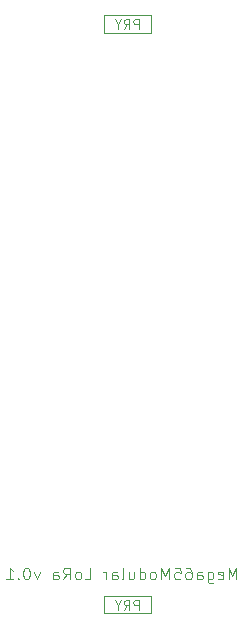
<source format=gbo>
G04 #@! TF.GenerationSoftware,KiCad,Pcbnew,9.0.1+1*
G04 #@! TF.CreationDate,2025-11-11T14:39:47+00:00*
G04 #@! TF.ProjectId,lora,6c6f7261-2e6b-4696-9361-645f70636258,v0.1*
G04 #@! TF.SameCoordinates,Original*
G04 #@! TF.FileFunction,Legend,Bot*
G04 #@! TF.FilePolarity,Positive*
%FSLAX46Y46*%
G04 Gerber Fmt 4.6, Leading zero omitted, Abs format (unit mm)*
G04 Created by KiCad (PCBNEW 9.0.1+1) date 2025-11-11 14:39:47*
%MOMM*%
%LPD*%
G01*
G04 APERTURE LIST*
%ADD10C,0.100000*%
%ADD11R,1.700000X1.700000*%
%ADD12C,1.700000*%
%ADD13R,2.540000X2.000000*%
G04 APERTURE END LIST*
D10*
X190566115Y-126252419D02*
X190566115Y-125252419D01*
X190566115Y-125252419D02*
X190232782Y-125966704D01*
X190232782Y-125966704D02*
X189899449Y-125252419D01*
X189899449Y-125252419D02*
X189899449Y-126252419D01*
X189042306Y-126204800D02*
X189137544Y-126252419D01*
X189137544Y-126252419D02*
X189328020Y-126252419D01*
X189328020Y-126252419D02*
X189423258Y-126204800D01*
X189423258Y-126204800D02*
X189470877Y-126109561D01*
X189470877Y-126109561D02*
X189470877Y-125728609D01*
X189470877Y-125728609D02*
X189423258Y-125633371D01*
X189423258Y-125633371D02*
X189328020Y-125585752D01*
X189328020Y-125585752D02*
X189137544Y-125585752D01*
X189137544Y-125585752D02*
X189042306Y-125633371D01*
X189042306Y-125633371D02*
X188994687Y-125728609D01*
X188994687Y-125728609D02*
X188994687Y-125823847D01*
X188994687Y-125823847D02*
X189470877Y-125919085D01*
X188137544Y-125585752D02*
X188137544Y-126395276D01*
X188137544Y-126395276D02*
X188185163Y-126490514D01*
X188185163Y-126490514D02*
X188232782Y-126538133D01*
X188232782Y-126538133D02*
X188328020Y-126585752D01*
X188328020Y-126585752D02*
X188470877Y-126585752D01*
X188470877Y-126585752D02*
X188566115Y-126538133D01*
X188137544Y-126204800D02*
X188232782Y-126252419D01*
X188232782Y-126252419D02*
X188423258Y-126252419D01*
X188423258Y-126252419D02*
X188518496Y-126204800D01*
X188518496Y-126204800D02*
X188566115Y-126157180D01*
X188566115Y-126157180D02*
X188613734Y-126061942D01*
X188613734Y-126061942D02*
X188613734Y-125776228D01*
X188613734Y-125776228D02*
X188566115Y-125680990D01*
X188566115Y-125680990D02*
X188518496Y-125633371D01*
X188518496Y-125633371D02*
X188423258Y-125585752D01*
X188423258Y-125585752D02*
X188232782Y-125585752D01*
X188232782Y-125585752D02*
X188137544Y-125633371D01*
X187232782Y-126252419D02*
X187232782Y-125728609D01*
X187232782Y-125728609D02*
X187280401Y-125633371D01*
X187280401Y-125633371D02*
X187375639Y-125585752D01*
X187375639Y-125585752D02*
X187566115Y-125585752D01*
X187566115Y-125585752D02*
X187661353Y-125633371D01*
X187232782Y-126204800D02*
X187328020Y-126252419D01*
X187328020Y-126252419D02*
X187566115Y-126252419D01*
X187566115Y-126252419D02*
X187661353Y-126204800D01*
X187661353Y-126204800D02*
X187708972Y-126109561D01*
X187708972Y-126109561D02*
X187708972Y-126014323D01*
X187708972Y-126014323D02*
X187661353Y-125919085D01*
X187661353Y-125919085D02*
X187566115Y-125871466D01*
X187566115Y-125871466D02*
X187328020Y-125871466D01*
X187328020Y-125871466D02*
X187232782Y-125823847D01*
X186328020Y-125252419D02*
X186518496Y-125252419D01*
X186518496Y-125252419D02*
X186613734Y-125300038D01*
X186613734Y-125300038D02*
X186661353Y-125347657D01*
X186661353Y-125347657D02*
X186756591Y-125490514D01*
X186756591Y-125490514D02*
X186804210Y-125680990D01*
X186804210Y-125680990D02*
X186804210Y-126061942D01*
X186804210Y-126061942D02*
X186756591Y-126157180D01*
X186756591Y-126157180D02*
X186708972Y-126204800D01*
X186708972Y-126204800D02*
X186613734Y-126252419D01*
X186613734Y-126252419D02*
X186423258Y-126252419D01*
X186423258Y-126252419D02*
X186328020Y-126204800D01*
X186328020Y-126204800D02*
X186280401Y-126157180D01*
X186280401Y-126157180D02*
X186232782Y-126061942D01*
X186232782Y-126061942D02*
X186232782Y-125823847D01*
X186232782Y-125823847D02*
X186280401Y-125728609D01*
X186280401Y-125728609D02*
X186328020Y-125680990D01*
X186328020Y-125680990D02*
X186423258Y-125633371D01*
X186423258Y-125633371D02*
X186613734Y-125633371D01*
X186613734Y-125633371D02*
X186708972Y-125680990D01*
X186708972Y-125680990D02*
X186756591Y-125728609D01*
X186756591Y-125728609D02*
X186804210Y-125823847D01*
X185328020Y-125252419D02*
X185804210Y-125252419D01*
X185804210Y-125252419D02*
X185851829Y-125728609D01*
X185851829Y-125728609D02*
X185804210Y-125680990D01*
X185804210Y-125680990D02*
X185708972Y-125633371D01*
X185708972Y-125633371D02*
X185470877Y-125633371D01*
X185470877Y-125633371D02*
X185375639Y-125680990D01*
X185375639Y-125680990D02*
X185328020Y-125728609D01*
X185328020Y-125728609D02*
X185280401Y-125823847D01*
X185280401Y-125823847D02*
X185280401Y-126061942D01*
X185280401Y-126061942D02*
X185328020Y-126157180D01*
X185328020Y-126157180D02*
X185375639Y-126204800D01*
X185375639Y-126204800D02*
X185470877Y-126252419D01*
X185470877Y-126252419D02*
X185708972Y-126252419D01*
X185708972Y-126252419D02*
X185804210Y-126204800D01*
X185804210Y-126204800D02*
X185851829Y-126157180D01*
X184851829Y-126252419D02*
X184851829Y-125252419D01*
X184851829Y-125252419D02*
X184518496Y-125966704D01*
X184518496Y-125966704D02*
X184185163Y-125252419D01*
X184185163Y-125252419D02*
X184185163Y-126252419D01*
X183566115Y-126252419D02*
X183661353Y-126204800D01*
X183661353Y-126204800D02*
X183708972Y-126157180D01*
X183708972Y-126157180D02*
X183756591Y-126061942D01*
X183756591Y-126061942D02*
X183756591Y-125776228D01*
X183756591Y-125776228D02*
X183708972Y-125680990D01*
X183708972Y-125680990D02*
X183661353Y-125633371D01*
X183661353Y-125633371D02*
X183566115Y-125585752D01*
X183566115Y-125585752D02*
X183423258Y-125585752D01*
X183423258Y-125585752D02*
X183328020Y-125633371D01*
X183328020Y-125633371D02*
X183280401Y-125680990D01*
X183280401Y-125680990D02*
X183232782Y-125776228D01*
X183232782Y-125776228D02*
X183232782Y-126061942D01*
X183232782Y-126061942D02*
X183280401Y-126157180D01*
X183280401Y-126157180D02*
X183328020Y-126204800D01*
X183328020Y-126204800D02*
X183423258Y-126252419D01*
X183423258Y-126252419D02*
X183566115Y-126252419D01*
X182375639Y-126252419D02*
X182375639Y-125252419D01*
X182375639Y-126204800D02*
X182470877Y-126252419D01*
X182470877Y-126252419D02*
X182661353Y-126252419D01*
X182661353Y-126252419D02*
X182756591Y-126204800D01*
X182756591Y-126204800D02*
X182804210Y-126157180D01*
X182804210Y-126157180D02*
X182851829Y-126061942D01*
X182851829Y-126061942D02*
X182851829Y-125776228D01*
X182851829Y-125776228D02*
X182804210Y-125680990D01*
X182804210Y-125680990D02*
X182756591Y-125633371D01*
X182756591Y-125633371D02*
X182661353Y-125585752D01*
X182661353Y-125585752D02*
X182470877Y-125585752D01*
X182470877Y-125585752D02*
X182375639Y-125633371D01*
X181470877Y-125585752D02*
X181470877Y-126252419D01*
X181899448Y-125585752D02*
X181899448Y-126109561D01*
X181899448Y-126109561D02*
X181851829Y-126204800D01*
X181851829Y-126204800D02*
X181756591Y-126252419D01*
X181756591Y-126252419D02*
X181613734Y-126252419D01*
X181613734Y-126252419D02*
X181518496Y-126204800D01*
X181518496Y-126204800D02*
X181470877Y-126157180D01*
X180851829Y-126252419D02*
X180947067Y-126204800D01*
X180947067Y-126204800D02*
X180994686Y-126109561D01*
X180994686Y-126109561D02*
X180994686Y-125252419D01*
X180042305Y-126252419D02*
X180042305Y-125728609D01*
X180042305Y-125728609D02*
X180089924Y-125633371D01*
X180089924Y-125633371D02*
X180185162Y-125585752D01*
X180185162Y-125585752D02*
X180375638Y-125585752D01*
X180375638Y-125585752D02*
X180470876Y-125633371D01*
X180042305Y-126204800D02*
X180137543Y-126252419D01*
X180137543Y-126252419D02*
X180375638Y-126252419D01*
X180375638Y-126252419D02*
X180470876Y-126204800D01*
X180470876Y-126204800D02*
X180518495Y-126109561D01*
X180518495Y-126109561D02*
X180518495Y-126014323D01*
X180518495Y-126014323D02*
X180470876Y-125919085D01*
X180470876Y-125919085D02*
X180375638Y-125871466D01*
X180375638Y-125871466D02*
X180137543Y-125871466D01*
X180137543Y-125871466D02*
X180042305Y-125823847D01*
X179566114Y-126252419D02*
X179566114Y-125585752D01*
X179566114Y-125776228D02*
X179518495Y-125680990D01*
X179518495Y-125680990D02*
X179470876Y-125633371D01*
X179470876Y-125633371D02*
X179375638Y-125585752D01*
X179375638Y-125585752D02*
X179280400Y-125585752D01*
X177708971Y-126252419D02*
X178185161Y-126252419D01*
X178185161Y-126252419D02*
X178185161Y-125252419D01*
X177232780Y-126252419D02*
X177328018Y-126204800D01*
X177328018Y-126204800D02*
X177375637Y-126157180D01*
X177375637Y-126157180D02*
X177423256Y-126061942D01*
X177423256Y-126061942D02*
X177423256Y-125776228D01*
X177423256Y-125776228D02*
X177375637Y-125680990D01*
X177375637Y-125680990D02*
X177328018Y-125633371D01*
X177328018Y-125633371D02*
X177232780Y-125585752D01*
X177232780Y-125585752D02*
X177089923Y-125585752D01*
X177089923Y-125585752D02*
X176994685Y-125633371D01*
X176994685Y-125633371D02*
X176947066Y-125680990D01*
X176947066Y-125680990D02*
X176899447Y-125776228D01*
X176899447Y-125776228D02*
X176899447Y-126061942D01*
X176899447Y-126061942D02*
X176947066Y-126157180D01*
X176947066Y-126157180D02*
X176994685Y-126204800D01*
X176994685Y-126204800D02*
X177089923Y-126252419D01*
X177089923Y-126252419D02*
X177232780Y-126252419D01*
X175899447Y-126252419D02*
X176232780Y-125776228D01*
X176470875Y-126252419D02*
X176470875Y-125252419D01*
X176470875Y-125252419D02*
X176089923Y-125252419D01*
X176089923Y-125252419D02*
X175994685Y-125300038D01*
X175994685Y-125300038D02*
X175947066Y-125347657D01*
X175947066Y-125347657D02*
X175899447Y-125442895D01*
X175899447Y-125442895D02*
X175899447Y-125585752D01*
X175899447Y-125585752D02*
X175947066Y-125680990D01*
X175947066Y-125680990D02*
X175994685Y-125728609D01*
X175994685Y-125728609D02*
X176089923Y-125776228D01*
X176089923Y-125776228D02*
X176470875Y-125776228D01*
X175042304Y-126252419D02*
X175042304Y-125728609D01*
X175042304Y-125728609D02*
X175089923Y-125633371D01*
X175089923Y-125633371D02*
X175185161Y-125585752D01*
X175185161Y-125585752D02*
X175375637Y-125585752D01*
X175375637Y-125585752D02*
X175470875Y-125633371D01*
X175042304Y-126204800D02*
X175137542Y-126252419D01*
X175137542Y-126252419D02*
X175375637Y-126252419D01*
X175375637Y-126252419D02*
X175470875Y-126204800D01*
X175470875Y-126204800D02*
X175518494Y-126109561D01*
X175518494Y-126109561D02*
X175518494Y-126014323D01*
X175518494Y-126014323D02*
X175470875Y-125919085D01*
X175470875Y-125919085D02*
X175375637Y-125871466D01*
X175375637Y-125871466D02*
X175137542Y-125871466D01*
X175137542Y-125871466D02*
X175042304Y-125823847D01*
X173899446Y-125585752D02*
X173661351Y-126252419D01*
X173661351Y-126252419D02*
X173423256Y-125585752D01*
X172851827Y-125252419D02*
X172756589Y-125252419D01*
X172756589Y-125252419D02*
X172661351Y-125300038D01*
X172661351Y-125300038D02*
X172613732Y-125347657D01*
X172613732Y-125347657D02*
X172566113Y-125442895D01*
X172566113Y-125442895D02*
X172518494Y-125633371D01*
X172518494Y-125633371D02*
X172518494Y-125871466D01*
X172518494Y-125871466D02*
X172566113Y-126061942D01*
X172566113Y-126061942D02*
X172613732Y-126157180D01*
X172613732Y-126157180D02*
X172661351Y-126204800D01*
X172661351Y-126204800D02*
X172756589Y-126252419D01*
X172756589Y-126252419D02*
X172851827Y-126252419D01*
X172851827Y-126252419D02*
X172947065Y-126204800D01*
X172947065Y-126204800D02*
X172994684Y-126157180D01*
X172994684Y-126157180D02*
X173042303Y-126061942D01*
X173042303Y-126061942D02*
X173089922Y-125871466D01*
X173089922Y-125871466D02*
X173089922Y-125633371D01*
X173089922Y-125633371D02*
X173042303Y-125442895D01*
X173042303Y-125442895D02*
X172994684Y-125347657D01*
X172994684Y-125347657D02*
X172947065Y-125300038D01*
X172947065Y-125300038D02*
X172851827Y-125252419D01*
X172089922Y-126157180D02*
X172042303Y-126204800D01*
X172042303Y-126204800D02*
X172089922Y-126252419D01*
X172089922Y-126252419D02*
X172137541Y-126204800D01*
X172137541Y-126204800D02*
X172089922Y-126157180D01*
X172089922Y-126157180D02*
X172089922Y-126252419D01*
X171089923Y-126252419D02*
X171661351Y-126252419D01*
X171375637Y-126252419D02*
X171375637Y-125252419D01*
X171375637Y-125252419D02*
X171470875Y-125395276D01*
X171470875Y-125395276D02*
X171566113Y-125490514D01*
X171566113Y-125490514D02*
X171661351Y-125538133D01*
X182282380Y-128806895D02*
X182282380Y-128006895D01*
X182282380Y-128006895D02*
X181977618Y-128006895D01*
X181977618Y-128006895D02*
X181901428Y-128044990D01*
X181901428Y-128044990D02*
X181863333Y-128083085D01*
X181863333Y-128083085D02*
X181825237Y-128159276D01*
X181825237Y-128159276D02*
X181825237Y-128273561D01*
X181825237Y-128273561D02*
X181863333Y-128349752D01*
X181863333Y-128349752D02*
X181901428Y-128387847D01*
X181901428Y-128387847D02*
X181977618Y-128425942D01*
X181977618Y-128425942D02*
X182282380Y-128425942D01*
X181025237Y-128806895D02*
X181291904Y-128425942D01*
X181482380Y-128806895D02*
X181482380Y-128006895D01*
X181482380Y-128006895D02*
X181177618Y-128006895D01*
X181177618Y-128006895D02*
X181101428Y-128044990D01*
X181101428Y-128044990D02*
X181063333Y-128083085D01*
X181063333Y-128083085D02*
X181025237Y-128159276D01*
X181025237Y-128159276D02*
X181025237Y-128273561D01*
X181025237Y-128273561D02*
X181063333Y-128349752D01*
X181063333Y-128349752D02*
X181101428Y-128387847D01*
X181101428Y-128387847D02*
X181177618Y-128425942D01*
X181177618Y-128425942D02*
X181482380Y-128425942D01*
X180529999Y-128425942D02*
X180529999Y-128806895D01*
X180796666Y-128006895D02*
X180529999Y-128425942D01*
X180529999Y-128425942D02*
X180263333Y-128006895D01*
X182282380Y-79606895D02*
X182282380Y-78806895D01*
X182282380Y-78806895D02*
X181977618Y-78806895D01*
X181977618Y-78806895D02*
X181901428Y-78844990D01*
X181901428Y-78844990D02*
X181863333Y-78883085D01*
X181863333Y-78883085D02*
X181825237Y-78959276D01*
X181825237Y-78959276D02*
X181825237Y-79073561D01*
X181825237Y-79073561D02*
X181863333Y-79149752D01*
X181863333Y-79149752D02*
X181901428Y-79187847D01*
X181901428Y-79187847D02*
X181977618Y-79225942D01*
X181977618Y-79225942D02*
X182282380Y-79225942D01*
X181025237Y-79606895D02*
X181291904Y-79225942D01*
X181482380Y-79606895D02*
X181482380Y-78806895D01*
X181482380Y-78806895D02*
X181177618Y-78806895D01*
X181177618Y-78806895D02*
X181101428Y-78844990D01*
X181101428Y-78844990D02*
X181063333Y-78883085D01*
X181063333Y-78883085D02*
X181025237Y-78959276D01*
X181025237Y-78959276D02*
X181025237Y-79073561D01*
X181025237Y-79073561D02*
X181063333Y-79149752D01*
X181063333Y-79149752D02*
X181101428Y-79187847D01*
X181101428Y-79187847D02*
X181177618Y-79225942D01*
X181177618Y-79225942D02*
X181482380Y-79225942D01*
X180529999Y-79225942D02*
X180529999Y-79606895D01*
X180796666Y-78806895D02*
X180529999Y-79225942D01*
X180529999Y-79225942D02*
X180263333Y-78806895D01*
X179345759Y-79959000D02*
X183349516Y-79959000D01*
X183349516Y-78490000D01*
X179345759Y-78490000D01*
X179345759Y-79959000D01*
X179345759Y-127661000D02*
X183349516Y-127661000D01*
X183349516Y-129130000D01*
X179345759Y-129130000D01*
X179345759Y-127661000D01*
%LPC*%
D11*
X170530000Y-90330000D03*
D12*
X170530000Y-92870000D03*
X170530000Y-95410000D03*
X170530000Y-97950000D03*
X170530000Y-100490000D03*
X170530000Y-103030000D03*
X170530000Y-105570000D03*
X170530000Y-108110000D03*
X170530000Y-110650000D03*
X170530000Y-113190000D03*
X170530000Y-115730000D03*
X170530000Y-118270000D03*
D11*
X192130000Y-90330000D03*
D12*
X192130000Y-92870000D03*
X192130000Y-95410000D03*
X192130000Y-97950000D03*
X192130000Y-100490000D03*
X192130000Y-103030000D03*
X192130000Y-105570000D03*
X192130000Y-108110000D03*
X192130000Y-110650000D03*
X192130000Y-113190000D03*
X192130000Y-115730000D03*
X192130000Y-118270000D03*
D13*
X161330000Y-79680000D03*
G36*
G01*
X163655000Y-79305000D02*
X163655000Y-80055000D01*
G75*
G02*
X163405000Y-80305000I-250000J0D01*
G01*
X162655000Y-80305000D01*
G75*
G02*
X162405000Y-80055000I0J250000D01*
G01*
X162405000Y-79305000D01*
G75*
G02*
X162655000Y-79055000I250000J0D01*
G01*
X163405000Y-79055000D01*
G75*
G02*
X163655000Y-79305000I0J-250000D01*
G01*
G37*
X161330000Y-82220000D03*
G36*
G01*
X163655000Y-81845000D02*
X163655000Y-82595000D01*
G75*
G02*
X163405000Y-82845000I-250000J0D01*
G01*
X162655000Y-82845000D01*
G75*
G02*
X162405000Y-82595000I0J250000D01*
G01*
X162405000Y-81845000D01*
G75*
G02*
X162655000Y-81595000I250000J0D01*
G01*
X163405000Y-81595000D01*
G75*
G02*
X163655000Y-81845000I0J-250000D01*
G01*
G37*
X161330000Y-89840000D03*
G36*
G01*
X163655000Y-89465000D02*
X163655000Y-90215000D01*
G75*
G02*
X163405000Y-90465000I-250000J0D01*
G01*
X162655000Y-90465000D01*
G75*
G02*
X162405000Y-90215000I0J250000D01*
G01*
X162405000Y-89465000D01*
G75*
G02*
X162655000Y-89215000I250000J0D01*
G01*
X163405000Y-89215000D01*
G75*
G02*
X163655000Y-89465000I0J-250000D01*
G01*
G37*
X161330000Y-92380000D03*
G36*
G01*
X163655000Y-92005000D02*
X163655000Y-92755000D01*
G75*
G02*
X163405000Y-93005000I-250000J0D01*
G01*
X162655000Y-93005000D01*
G75*
G02*
X162405000Y-92755000I0J250000D01*
G01*
X162405000Y-92005000D01*
G75*
G02*
X162655000Y-91755000I250000J0D01*
G01*
X163405000Y-91755000D01*
G75*
G02*
X163655000Y-92005000I0J-250000D01*
G01*
G37*
X161330000Y-94920000D03*
G36*
G01*
X163655000Y-94545000D02*
X163655000Y-95295000D01*
G75*
G02*
X163405000Y-95545000I-250000J0D01*
G01*
X162655000Y-95545000D01*
G75*
G02*
X162405000Y-95295000I0J250000D01*
G01*
X162405000Y-94545000D01*
G75*
G02*
X162655000Y-94295000I250000J0D01*
G01*
X163405000Y-94295000D01*
G75*
G02*
X163655000Y-94545000I0J-250000D01*
G01*
G37*
X161330000Y-97460000D03*
G36*
G01*
X163655000Y-97085000D02*
X163655000Y-97835000D01*
G75*
G02*
X163405000Y-98085000I-250000J0D01*
G01*
X162655000Y-98085000D01*
G75*
G02*
X162405000Y-97835000I0J250000D01*
G01*
X162405000Y-97085000D01*
G75*
G02*
X162655000Y-96835000I250000J0D01*
G01*
X163405000Y-96835000D01*
G75*
G02*
X163655000Y-97085000I0J-250000D01*
G01*
G37*
X161330000Y-100000000D03*
G36*
G01*
X163655000Y-99625000D02*
X163655000Y-100375000D01*
G75*
G02*
X163405000Y-100625000I-250000J0D01*
G01*
X162655000Y-100625000D01*
G75*
G02*
X162405000Y-100375000I0J250000D01*
G01*
X162405000Y-99625000D01*
G75*
G02*
X162655000Y-99375000I250000J0D01*
G01*
X163405000Y-99375000D01*
G75*
G02*
X163655000Y-99625000I0J-250000D01*
G01*
G37*
X161330000Y-102540000D03*
G36*
G01*
X163655000Y-102165000D02*
X163655000Y-102915000D01*
G75*
G02*
X163405000Y-103165000I-250000J0D01*
G01*
X162655000Y-103165000D01*
G75*
G02*
X162405000Y-102915000I0J250000D01*
G01*
X162405000Y-102165000D01*
G75*
G02*
X162655000Y-101915000I250000J0D01*
G01*
X163405000Y-101915000D01*
G75*
G02*
X163655000Y-102165000I0J-250000D01*
G01*
G37*
X161330000Y-105080000D03*
G36*
G01*
X163655000Y-104705000D02*
X163655000Y-105455000D01*
G75*
G02*
X163405000Y-105705000I-250000J0D01*
G01*
X162655000Y-105705000D01*
G75*
G02*
X162405000Y-105455000I0J250000D01*
G01*
X162405000Y-104705000D01*
G75*
G02*
X162655000Y-104455000I250000J0D01*
G01*
X163405000Y-104455000D01*
G75*
G02*
X163655000Y-104705000I0J-250000D01*
G01*
G37*
X161330000Y-107620000D03*
G36*
G01*
X163655000Y-107245000D02*
X163655000Y-107995000D01*
G75*
G02*
X163405000Y-108245000I-250000J0D01*
G01*
X162655000Y-108245000D01*
G75*
G02*
X162405000Y-107995000I0J250000D01*
G01*
X162405000Y-107245000D01*
G75*
G02*
X162655000Y-106995000I250000J0D01*
G01*
X163405000Y-106995000D01*
G75*
G02*
X163655000Y-107245000I0J-250000D01*
G01*
G37*
X161330000Y-110160000D03*
G36*
G01*
X163655000Y-109785000D02*
X163655000Y-110535000D01*
G75*
G02*
X163405000Y-110785000I-250000J0D01*
G01*
X162655000Y-110785000D01*
G75*
G02*
X162405000Y-110535000I0J250000D01*
G01*
X162405000Y-109785000D01*
G75*
G02*
X162655000Y-109535000I250000J0D01*
G01*
X163405000Y-109535000D01*
G75*
G02*
X163655000Y-109785000I0J-250000D01*
G01*
G37*
X161330000Y-112700000D03*
G36*
G01*
X163655000Y-112325000D02*
X163655000Y-113075000D01*
G75*
G02*
X163405000Y-113325000I-250000J0D01*
G01*
X162655000Y-113325000D01*
G75*
G02*
X162405000Y-113075000I0J250000D01*
G01*
X162405000Y-112325000D01*
G75*
G02*
X162655000Y-112075000I250000J0D01*
G01*
X163405000Y-112075000D01*
G75*
G02*
X163655000Y-112325000I0J-250000D01*
G01*
G37*
X161330000Y-115240000D03*
G36*
G01*
X163655000Y-114865000D02*
X163655000Y-115615000D01*
G75*
G02*
X163405000Y-115865000I-250000J0D01*
G01*
X162655000Y-115865000D01*
G75*
G02*
X162405000Y-115615000I0J250000D01*
G01*
X162405000Y-114865000D01*
G75*
G02*
X162655000Y-114615000I250000J0D01*
G01*
X163405000Y-114615000D01*
G75*
G02*
X163655000Y-114865000I0J-250000D01*
G01*
G37*
X161330000Y-117780000D03*
G36*
G01*
X163655000Y-117405000D02*
X163655000Y-118155000D01*
G75*
G02*
X163405000Y-118405000I-250000J0D01*
G01*
X162655000Y-118405000D01*
G75*
G02*
X162405000Y-118155000I0J250000D01*
G01*
X162405000Y-117405000D01*
G75*
G02*
X162655000Y-117155000I250000J0D01*
G01*
X163405000Y-117155000D01*
G75*
G02*
X163655000Y-117405000I0J-250000D01*
G01*
G37*
X161330000Y-125400000D03*
G36*
G01*
X163655000Y-125025000D02*
X163655000Y-125775000D01*
G75*
G02*
X163405000Y-126025000I-250000J0D01*
G01*
X162655000Y-126025000D01*
G75*
G02*
X162405000Y-125775000I0J250000D01*
G01*
X162405000Y-125025000D01*
G75*
G02*
X162655000Y-124775000I250000J0D01*
G01*
X163405000Y-124775000D01*
G75*
G02*
X163655000Y-125025000I0J-250000D01*
G01*
G37*
X161330000Y-127940000D03*
G36*
G01*
X163655000Y-127565000D02*
X163655000Y-128315000D01*
G75*
G02*
X163405000Y-128565000I-250000J0D01*
G01*
X162655000Y-128565000D01*
G75*
G02*
X162405000Y-128315000I0J250000D01*
G01*
X162405000Y-127565000D01*
G75*
G02*
X162655000Y-127315000I250000J0D01*
G01*
X163405000Y-127315000D01*
G75*
G02*
X163655000Y-127565000I0J-250000D01*
G01*
G37*
G36*
G01*
X200255000Y-79305000D02*
X200255000Y-80055000D01*
G75*
G02*
X200005000Y-80305000I-250000J0D01*
G01*
X199255000Y-80305000D01*
G75*
G02*
X199005000Y-80055000I0J250000D01*
G01*
X199005000Y-79305000D01*
G75*
G02*
X199255000Y-79055000I250000J0D01*
G01*
X200005000Y-79055000D01*
G75*
G02*
X200255000Y-79305000I0J-250000D01*
G01*
G37*
X201330000Y-79680000D03*
G36*
G01*
X200255000Y-81845000D02*
X200255000Y-82595000D01*
G75*
G02*
X200005000Y-82845000I-250000J0D01*
G01*
X199255000Y-82845000D01*
G75*
G02*
X199005000Y-82595000I0J250000D01*
G01*
X199005000Y-81845000D01*
G75*
G02*
X199255000Y-81595000I250000J0D01*
G01*
X200005000Y-81595000D01*
G75*
G02*
X200255000Y-81845000I0J-250000D01*
G01*
G37*
X201330000Y-82220000D03*
G36*
G01*
X200255000Y-89465000D02*
X200255000Y-90215000D01*
G75*
G02*
X200005000Y-90465000I-250000J0D01*
G01*
X199255000Y-90465000D01*
G75*
G02*
X199005000Y-90215000I0J250000D01*
G01*
X199005000Y-89465000D01*
G75*
G02*
X199255000Y-89215000I250000J0D01*
G01*
X200005000Y-89215000D01*
G75*
G02*
X200255000Y-89465000I0J-250000D01*
G01*
G37*
X201330000Y-89840000D03*
G36*
G01*
X200255000Y-92005000D02*
X200255000Y-92755000D01*
G75*
G02*
X200005000Y-93005000I-250000J0D01*
G01*
X199255000Y-93005000D01*
G75*
G02*
X199005000Y-92755000I0J250000D01*
G01*
X199005000Y-92005000D01*
G75*
G02*
X199255000Y-91755000I250000J0D01*
G01*
X200005000Y-91755000D01*
G75*
G02*
X200255000Y-92005000I0J-250000D01*
G01*
G37*
X201330000Y-92380000D03*
G36*
G01*
X200255000Y-94545000D02*
X200255000Y-95295000D01*
G75*
G02*
X200005000Y-95545000I-250000J0D01*
G01*
X199255000Y-95545000D01*
G75*
G02*
X199005000Y-95295000I0J250000D01*
G01*
X199005000Y-94545000D01*
G75*
G02*
X199255000Y-94295000I250000J0D01*
G01*
X200005000Y-94295000D01*
G75*
G02*
X200255000Y-94545000I0J-250000D01*
G01*
G37*
X201330000Y-94920000D03*
G36*
G01*
X200255000Y-97085000D02*
X200255000Y-97835000D01*
G75*
G02*
X200005000Y-98085000I-250000J0D01*
G01*
X199255000Y-98085000D01*
G75*
G02*
X199005000Y-97835000I0J250000D01*
G01*
X199005000Y-97085000D01*
G75*
G02*
X199255000Y-96835000I250000J0D01*
G01*
X200005000Y-96835000D01*
G75*
G02*
X200255000Y-97085000I0J-250000D01*
G01*
G37*
X201330000Y-97460000D03*
G36*
G01*
X200255000Y-99625000D02*
X200255000Y-100375000D01*
G75*
G02*
X200005000Y-100625000I-250000J0D01*
G01*
X199255000Y-100625000D01*
G75*
G02*
X199005000Y-100375000I0J250000D01*
G01*
X199005000Y-99625000D01*
G75*
G02*
X199255000Y-99375000I250000J0D01*
G01*
X200005000Y-99375000D01*
G75*
G02*
X200255000Y-99625000I0J-250000D01*
G01*
G37*
X201330000Y-100000000D03*
G36*
G01*
X200255000Y-102165000D02*
X200255000Y-102915000D01*
G75*
G02*
X200005000Y-103165000I-250000J0D01*
G01*
X199255000Y-103165000D01*
G75*
G02*
X199005000Y-102915000I0J250000D01*
G01*
X199005000Y-102165000D01*
G75*
G02*
X199255000Y-101915000I250000J0D01*
G01*
X200005000Y-101915000D01*
G75*
G02*
X200255000Y-102165000I0J-250000D01*
G01*
G37*
X201330000Y-102540000D03*
G36*
G01*
X200255000Y-104705000D02*
X200255000Y-105455000D01*
G75*
G02*
X200005000Y-105705000I-250000J0D01*
G01*
X199255000Y-105705000D01*
G75*
G02*
X199005000Y-105455000I0J250000D01*
G01*
X199005000Y-104705000D01*
G75*
G02*
X199255000Y-104455000I250000J0D01*
G01*
X200005000Y-104455000D01*
G75*
G02*
X200255000Y-104705000I0J-250000D01*
G01*
G37*
X201330000Y-105080000D03*
G36*
G01*
X200255000Y-107245000D02*
X200255000Y-107995000D01*
G75*
G02*
X200005000Y-108245000I-250000J0D01*
G01*
X199255000Y-108245000D01*
G75*
G02*
X199005000Y-107995000I0J250000D01*
G01*
X199005000Y-107245000D01*
G75*
G02*
X199255000Y-106995000I250000J0D01*
G01*
X200005000Y-106995000D01*
G75*
G02*
X200255000Y-107245000I0J-250000D01*
G01*
G37*
X201330000Y-107620000D03*
G36*
G01*
X200255000Y-109785000D02*
X200255000Y-110535000D01*
G75*
G02*
X200005000Y-110785000I-250000J0D01*
G01*
X199255000Y-110785000D01*
G75*
G02*
X199005000Y-110535000I0J250000D01*
G01*
X199005000Y-109785000D01*
G75*
G02*
X199255000Y-109535000I250000J0D01*
G01*
X200005000Y-109535000D01*
G75*
G02*
X200255000Y-109785000I0J-250000D01*
G01*
G37*
X201330000Y-110160000D03*
G36*
G01*
X200255000Y-112325000D02*
X200255000Y-113075000D01*
G75*
G02*
X200005000Y-113325000I-250000J0D01*
G01*
X199255000Y-113325000D01*
G75*
G02*
X199005000Y-113075000I0J250000D01*
G01*
X199005000Y-112325000D01*
G75*
G02*
X199255000Y-112075000I250000J0D01*
G01*
X200005000Y-112075000D01*
G75*
G02*
X200255000Y-112325000I0J-250000D01*
G01*
G37*
X201330000Y-112700000D03*
G36*
G01*
X200255000Y-114865000D02*
X200255000Y-115615000D01*
G75*
G02*
X200005000Y-115865000I-250000J0D01*
G01*
X199255000Y-115865000D01*
G75*
G02*
X199005000Y-115615000I0J250000D01*
G01*
X199005000Y-114865000D01*
G75*
G02*
X199255000Y-114615000I250000J0D01*
G01*
X200005000Y-114615000D01*
G75*
G02*
X200255000Y-114865000I0J-250000D01*
G01*
G37*
X201330000Y-115240000D03*
G36*
G01*
X200255000Y-117405000D02*
X200255000Y-118155000D01*
G75*
G02*
X200005000Y-118405000I-250000J0D01*
G01*
X199255000Y-118405000D01*
G75*
G02*
X199005000Y-118155000I0J250000D01*
G01*
X199005000Y-117405000D01*
G75*
G02*
X199255000Y-117155000I250000J0D01*
G01*
X200005000Y-117155000D01*
G75*
G02*
X200255000Y-117405000I0J-250000D01*
G01*
G37*
X201330000Y-117780000D03*
G36*
G01*
X200255000Y-125025000D02*
X200255000Y-125775000D01*
G75*
G02*
X200005000Y-126025000I-250000J0D01*
G01*
X199255000Y-126025000D01*
G75*
G02*
X199005000Y-125775000I0J250000D01*
G01*
X199005000Y-125025000D01*
G75*
G02*
X199255000Y-124775000I250000J0D01*
G01*
X200005000Y-124775000D01*
G75*
G02*
X200255000Y-125025000I0J-250000D01*
G01*
G37*
X201330000Y-125400000D03*
G36*
G01*
X200255000Y-127565000D02*
X200255000Y-128315000D01*
G75*
G02*
X200005000Y-128565000I-250000J0D01*
G01*
X199255000Y-128565000D01*
G75*
G02*
X199005000Y-128315000I0J250000D01*
G01*
X199005000Y-127565000D01*
G75*
G02*
X199255000Y-127315000I250000J0D01*
G01*
X200005000Y-127315000D01*
G75*
G02*
X200255000Y-127565000I0J-250000D01*
G01*
G37*
X201330000Y-127940000D03*
%LPD*%
M02*

</source>
